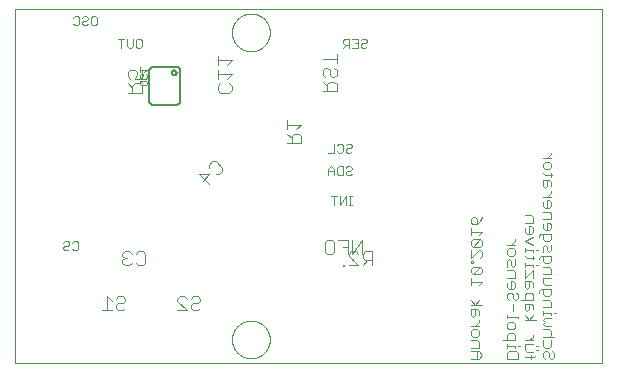
<source format=gbo>
G75*
%MOIN*%
%OFA0B0*%
%FSLAX25Y25*%
%IPPOS*%
%LPD*%
%AMOC8*
5,1,8,0,0,1.08239X$1,22.5*
%
%ADD10C,0.00000*%
%ADD11C,0.00300*%
%ADD12C,0.00400*%
%ADD13C,0.00984*%
%ADD14R,0.00787X0.00787*%
%ADD15C,0.00500*%
%ADD16C,0.00200*%
D10*
X0012716Y0017082D02*
X0012716Y0135193D01*
X0208513Y0135193D01*
X0208513Y0017082D01*
X0139537Y0017082D01*
X0085157Y0024956D02*
X0085159Y0025114D01*
X0085165Y0025272D01*
X0085175Y0025430D01*
X0085189Y0025588D01*
X0085207Y0025745D01*
X0085228Y0025902D01*
X0085254Y0026058D01*
X0085284Y0026214D01*
X0085317Y0026369D01*
X0085355Y0026522D01*
X0085396Y0026675D01*
X0085441Y0026827D01*
X0085490Y0026978D01*
X0085543Y0027127D01*
X0085599Y0027275D01*
X0085659Y0027421D01*
X0085723Y0027566D01*
X0085791Y0027709D01*
X0085862Y0027851D01*
X0085936Y0027991D01*
X0086014Y0028128D01*
X0086096Y0028264D01*
X0086180Y0028398D01*
X0086269Y0028529D01*
X0086360Y0028658D01*
X0086455Y0028785D01*
X0086552Y0028910D01*
X0086653Y0029032D01*
X0086757Y0029151D01*
X0086864Y0029268D01*
X0086974Y0029382D01*
X0087087Y0029493D01*
X0087202Y0029602D01*
X0087320Y0029707D01*
X0087441Y0029809D01*
X0087564Y0029909D01*
X0087690Y0030005D01*
X0087818Y0030098D01*
X0087948Y0030188D01*
X0088081Y0030274D01*
X0088216Y0030358D01*
X0088352Y0030437D01*
X0088491Y0030514D01*
X0088632Y0030586D01*
X0088774Y0030656D01*
X0088918Y0030721D01*
X0089064Y0030783D01*
X0089211Y0030841D01*
X0089360Y0030896D01*
X0089510Y0030947D01*
X0089661Y0030994D01*
X0089813Y0031037D01*
X0089966Y0031076D01*
X0090121Y0031112D01*
X0090276Y0031143D01*
X0090432Y0031171D01*
X0090588Y0031195D01*
X0090745Y0031215D01*
X0090903Y0031231D01*
X0091060Y0031243D01*
X0091219Y0031251D01*
X0091377Y0031255D01*
X0091535Y0031255D01*
X0091693Y0031251D01*
X0091852Y0031243D01*
X0092009Y0031231D01*
X0092167Y0031215D01*
X0092324Y0031195D01*
X0092480Y0031171D01*
X0092636Y0031143D01*
X0092791Y0031112D01*
X0092946Y0031076D01*
X0093099Y0031037D01*
X0093251Y0030994D01*
X0093402Y0030947D01*
X0093552Y0030896D01*
X0093701Y0030841D01*
X0093848Y0030783D01*
X0093994Y0030721D01*
X0094138Y0030656D01*
X0094280Y0030586D01*
X0094421Y0030514D01*
X0094560Y0030437D01*
X0094696Y0030358D01*
X0094831Y0030274D01*
X0094964Y0030188D01*
X0095094Y0030098D01*
X0095222Y0030005D01*
X0095348Y0029909D01*
X0095471Y0029809D01*
X0095592Y0029707D01*
X0095710Y0029602D01*
X0095825Y0029493D01*
X0095938Y0029382D01*
X0096048Y0029268D01*
X0096155Y0029151D01*
X0096259Y0029032D01*
X0096360Y0028910D01*
X0096457Y0028785D01*
X0096552Y0028658D01*
X0096643Y0028529D01*
X0096732Y0028398D01*
X0096816Y0028264D01*
X0096898Y0028128D01*
X0096976Y0027991D01*
X0097050Y0027851D01*
X0097121Y0027709D01*
X0097189Y0027566D01*
X0097253Y0027421D01*
X0097313Y0027275D01*
X0097369Y0027127D01*
X0097422Y0026978D01*
X0097471Y0026827D01*
X0097516Y0026675D01*
X0097557Y0026522D01*
X0097595Y0026369D01*
X0097628Y0026214D01*
X0097658Y0026058D01*
X0097684Y0025902D01*
X0097705Y0025745D01*
X0097723Y0025588D01*
X0097737Y0025430D01*
X0097747Y0025272D01*
X0097753Y0025114D01*
X0097755Y0024956D01*
X0097753Y0024798D01*
X0097747Y0024640D01*
X0097737Y0024482D01*
X0097723Y0024324D01*
X0097705Y0024167D01*
X0097684Y0024010D01*
X0097658Y0023854D01*
X0097628Y0023698D01*
X0097595Y0023543D01*
X0097557Y0023390D01*
X0097516Y0023237D01*
X0097471Y0023085D01*
X0097422Y0022934D01*
X0097369Y0022785D01*
X0097313Y0022637D01*
X0097253Y0022491D01*
X0097189Y0022346D01*
X0097121Y0022203D01*
X0097050Y0022061D01*
X0096976Y0021921D01*
X0096898Y0021784D01*
X0096816Y0021648D01*
X0096732Y0021514D01*
X0096643Y0021383D01*
X0096552Y0021254D01*
X0096457Y0021127D01*
X0096360Y0021002D01*
X0096259Y0020880D01*
X0096155Y0020761D01*
X0096048Y0020644D01*
X0095938Y0020530D01*
X0095825Y0020419D01*
X0095710Y0020310D01*
X0095592Y0020205D01*
X0095471Y0020103D01*
X0095348Y0020003D01*
X0095222Y0019907D01*
X0095094Y0019814D01*
X0094964Y0019724D01*
X0094831Y0019638D01*
X0094696Y0019554D01*
X0094560Y0019475D01*
X0094421Y0019398D01*
X0094280Y0019326D01*
X0094138Y0019256D01*
X0093994Y0019191D01*
X0093848Y0019129D01*
X0093701Y0019071D01*
X0093552Y0019016D01*
X0093402Y0018965D01*
X0093251Y0018918D01*
X0093099Y0018875D01*
X0092946Y0018836D01*
X0092791Y0018800D01*
X0092636Y0018769D01*
X0092480Y0018741D01*
X0092324Y0018717D01*
X0092167Y0018697D01*
X0092009Y0018681D01*
X0091852Y0018669D01*
X0091693Y0018661D01*
X0091535Y0018657D01*
X0091377Y0018657D01*
X0091219Y0018661D01*
X0091060Y0018669D01*
X0090903Y0018681D01*
X0090745Y0018697D01*
X0090588Y0018717D01*
X0090432Y0018741D01*
X0090276Y0018769D01*
X0090121Y0018800D01*
X0089966Y0018836D01*
X0089813Y0018875D01*
X0089661Y0018918D01*
X0089510Y0018965D01*
X0089360Y0019016D01*
X0089211Y0019071D01*
X0089064Y0019129D01*
X0088918Y0019191D01*
X0088774Y0019256D01*
X0088632Y0019326D01*
X0088491Y0019398D01*
X0088352Y0019475D01*
X0088216Y0019554D01*
X0088081Y0019638D01*
X0087948Y0019724D01*
X0087818Y0019814D01*
X0087690Y0019907D01*
X0087564Y0020003D01*
X0087441Y0020103D01*
X0087320Y0020205D01*
X0087202Y0020310D01*
X0087087Y0020419D01*
X0086974Y0020530D01*
X0086864Y0020644D01*
X0086757Y0020761D01*
X0086653Y0020880D01*
X0086552Y0021002D01*
X0086455Y0021127D01*
X0086360Y0021254D01*
X0086269Y0021383D01*
X0086180Y0021514D01*
X0086096Y0021648D01*
X0086014Y0021784D01*
X0085936Y0021921D01*
X0085862Y0022061D01*
X0085791Y0022203D01*
X0085723Y0022346D01*
X0085659Y0022491D01*
X0085599Y0022637D01*
X0085543Y0022785D01*
X0085490Y0022934D01*
X0085441Y0023085D01*
X0085396Y0023237D01*
X0085355Y0023390D01*
X0085317Y0023543D01*
X0085284Y0023698D01*
X0085254Y0023854D01*
X0085228Y0024010D01*
X0085207Y0024167D01*
X0085189Y0024324D01*
X0085175Y0024482D01*
X0085165Y0024640D01*
X0085159Y0024798D01*
X0085157Y0024956D01*
X0012716Y0017082D02*
X0208513Y0017082D01*
X0085157Y0127319D02*
X0085159Y0127477D01*
X0085165Y0127635D01*
X0085175Y0127793D01*
X0085189Y0127951D01*
X0085207Y0128108D01*
X0085228Y0128265D01*
X0085254Y0128421D01*
X0085284Y0128577D01*
X0085317Y0128732D01*
X0085355Y0128885D01*
X0085396Y0129038D01*
X0085441Y0129190D01*
X0085490Y0129341D01*
X0085543Y0129490D01*
X0085599Y0129638D01*
X0085659Y0129784D01*
X0085723Y0129929D01*
X0085791Y0130072D01*
X0085862Y0130214D01*
X0085936Y0130354D01*
X0086014Y0130491D01*
X0086096Y0130627D01*
X0086180Y0130761D01*
X0086269Y0130892D01*
X0086360Y0131021D01*
X0086455Y0131148D01*
X0086552Y0131273D01*
X0086653Y0131395D01*
X0086757Y0131514D01*
X0086864Y0131631D01*
X0086974Y0131745D01*
X0087087Y0131856D01*
X0087202Y0131965D01*
X0087320Y0132070D01*
X0087441Y0132172D01*
X0087564Y0132272D01*
X0087690Y0132368D01*
X0087818Y0132461D01*
X0087948Y0132551D01*
X0088081Y0132637D01*
X0088216Y0132721D01*
X0088352Y0132800D01*
X0088491Y0132877D01*
X0088632Y0132949D01*
X0088774Y0133019D01*
X0088918Y0133084D01*
X0089064Y0133146D01*
X0089211Y0133204D01*
X0089360Y0133259D01*
X0089510Y0133310D01*
X0089661Y0133357D01*
X0089813Y0133400D01*
X0089966Y0133439D01*
X0090121Y0133475D01*
X0090276Y0133506D01*
X0090432Y0133534D01*
X0090588Y0133558D01*
X0090745Y0133578D01*
X0090903Y0133594D01*
X0091060Y0133606D01*
X0091219Y0133614D01*
X0091377Y0133618D01*
X0091535Y0133618D01*
X0091693Y0133614D01*
X0091852Y0133606D01*
X0092009Y0133594D01*
X0092167Y0133578D01*
X0092324Y0133558D01*
X0092480Y0133534D01*
X0092636Y0133506D01*
X0092791Y0133475D01*
X0092946Y0133439D01*
X0093099Y0133400D01*
X0093251Y0133357D01*
X0093402Y0133310D01*
X0093552Y0133259D01*
X0093701Y0133204D01*
X0093848Y0133146D01*
X0093994Y0133084D01*
X0094138Y0133019D01*
X0094280Y0132949D01*
X0094421Y0132877D01*
X0094560Y0132800D01*
X0094696Y0132721D01*
X0094831Y0132637D01*
X0094964Y0132551D01*
X0095094Y0132461D01*
X0095222Y0132368D01*
X0095348Y0132272D01*
X0095471Y0132172D01*
X0095592Y0132070D01*
X0095710Y0131965D01*
X0095825Y0131856D01*
X0095938Y0131745D01*
X0096048Y0131631D01*
X0096155Y0131514D01*
X0096259Y0131395D01*
X0096360Y0131273D01*
X0096457Y0131148D01*
X0096552Y0131021D01*
X0096643Y0130892D01*
X0096732Y0130761D01*
X0096816Y0130627D01*
X0096898Y0130491D01*
X0096976Y0130354D01*
X0097050Y0130214D01*
X0097121Y0130072D01*
X0097189Y0129929D01*
X0097253Y0129784D01*
X0097313Y0129638D01*
X0097369Y0129490D01*
X0097422Y0129341D01*
X0097471Y0129190D01*
X0097516Y0129038D01*
X0097557Y0128885D01*
X0097595Y0128732D01*
X0097628Y0128577D01*
X0097658Y0128421D01*
X0097684Y0128265D01*
X0097705Y0128108D01*
X0097723Y0127951D01*
X0097737Y0127793D01*
X0097747Y0127635D01*
X0097753Y0127477D01*
X0097755Y0127319D01*
X0097753Y0127161D01*
X0097747Y0127003D01*
X0097737Y0126845D01*
X0097723Y0126687D01*
X0097705Y0126530D01*
X0097684Y0126373D01*
X0097658Y0126217D01*
X0097628Y0126061D01*
X0097595Y0125906D01*
X0097557Y0125753D01*
X0097516Y0125600D01*
X0097471Y0125448D01*
X0097422Y0125297D01*
X0097369Y0125148D01*
X0097313Y0125000D01*
X0097253Y0124854D01*
X0097189Y0124709D01*
X0097121Y0124566D01*
X0097050Y0124424D01*
X0096976Y0124284D01*
X0096898Y0124147D01*
X0096816Y0124011D01*
X0096732Y0123877D01*
X0096643Y0123746D01*
X0096552Y0123617D01*
X0096457Y0123490D01*
X0096360Y0123365D01*
X0096259Y0123243D01*
X0096155Y0123124D01*
X0096048Y0123007D01*
X0095938Y0122893D01*
X0095825Y0122782D01*
X0095710Y0122673D01*
X0095592Y0122568D01*
X0095471Y0122466D01*
X0095348Y0122366D01*
X0095222Y0122270D01*
X0095094Y0122177D01*
X0094964Y0122087D01*
X0094831Y0122001D01*
X0094696Y0121917D01*
X0094560Y0121838D01*
X0094421Y0121761D01*
X0094280Y0121689D01*
X0094138Y0121619D01*
X0093994Y0121554D01*
X0093848Y0121492D01*
X0093701Y0121434D01*
X0093552Y0121379D01*
X0093402Y0121328D01*
X0093251Y0121281D01*
X0093099Y0121238D01*
X0092946Y0121199D01*
X0092791Y0121163D01*
X0092636Y0121132D01*
X0092480Y0121104D01*
X0092324Y0121080D01*
X0092167Y0121060D01*
X0092009Y0121044D01*
X0091852Y0121032D01*
X0091693Y0121024D01*
X0091535Y0121020D01*
X0091377Y0121020D01*
X0091219Y0121024D01*
X0091060Y0121032D01*
X0090903Y0121044D01*
X0090745Y0121060D01*
X0090588Y0121080D01*
X0090432Y0121104D01*
X0090276Y0121132D01*
X0090121Y0121163D01*
X0089966Y0121199D01*
X0089813Y0121238D01*
X0089661Y0121281D01*
X0089510Y0121328D01*
X0089360Y0121379D01*
X0089211Y0121434D01*
X0089064Y0121492D01*
X0088918Y0121554D01*
X0088774Y0121619D01*
X0088632Y0121689D01*
X0088491Y0121761D01*
X0088352Y0121838D01*
X0088216Y0121917D01*
X0088081Y0122001D01*
X0087948Y0122087D01*
X0087818Y0122177D01*
X0087690Y0122270D01*
X0087564Y0122366D01*
X0087441Y0122466D01*
X0087320Y0122568D01*
X0087202Y0122673D01*
X0087087Y0122782D01*
X0086974Y0122893D01*
X0086864Y0123007D01*
X0086757Y0123124D01*
X0086653Y0123243D01*
X0086552Y0123365D01*
X0086455Y0123490D01*
X0086360Y0123617D01*
X0086269Y0123746D01*
X0086180Y0123877D01*
X0086096Y0124011D01*
X0086014Y0124147D01*
X0085936Y0124284D01*
X0085862Y0124424D01*
X0085791Y0124566D01*
X0085723Y0124709D01*
X0085659Y0124854D01*
X0085599Y0125000D01*
X0085543Y0125148D01*
X0085490Y0125297D01*
X0085441Y0125448D01*
X0085396Y0125600D01*
X0085355Y0125753D01*
X0085317Y0125906D01*
X0085284Y0126061D01*
X0085254Y0126217D01*
X0085228Y0126373D01*
X0085207Y0126530D01*
X0085189Y0126687D01*
X0085175Y0126845D01*
X0085165Y0127003D01*
X0085159Y0127161D01*
X0085157Y0127319D01*
D11*
X0055066Y0124651D02*
X0055066Y0122716D01*
X0054582Y0122232D01*
X0053615Y0122232D01*
X0053131Y0122716D01*
X0053131Y0124651D01*
X0053615Y0125135D01*
X0054582Y0125135D01*
X0055066Y0124651D01*
X0052119Y0125135D02*
X0052119Y0122716D01*
X0051636Y0122232D01*
X0050668Y0122232D01*
X0050184Y0122716D01*
X0050184Y0125135D01*
X0049173Y0125135D02*
X0047238Y0125135D01*
X0048205Y0125135D02*
X0048205Y0122232D01*
X0040066Y0130216D02*
X0039582Y0129732D01*
X0038615Y0129732D01*
X0038131Y0130216D01*
X0038131Y0132151D01*
X0038615Y0132635D01*
X0039582Y0132635D01*
X0040066Y0132151D01*
X0040066Y0130216D01*
X0037119Y0130216D02*
X0036636Y0129732D01*
X0035668Y0129732D01*
X0035184Y0130216D01*
X0035184Y0130700D01*
X0035668Y0131184D01*
X0036636Y0131184D01*
X0037119Y0131667D01*
X0037119Y0132151D01*
X0036636Y0132635D01*
X0035668Y0132635D01*
X0035184Y0132151D01*
X0034173Y0132151D02*
X0034173Y0130216D01*
X0033689Y0129732D01*
X0032722Y0129732D01*
X0032238Y0130216D01*
X0032238Y0132151D02*
X0032722Y0132635D01*
X0033689Y0132635D01*
X0034173Y0132151D01*
X0117238Y0087232D02*
X0119173Y0087232D01*
X0119173Y0090135D01*
X0120184Y0089651D02*
X0120668Y0090135D01*
X0121636Y0090135D01*
X0122119Y0089651D01*
X0122119Y0087716D01*
X0121636Y0087232D01*
X0120668Y0087232D01*
X0120184Y0087716D01*
X0123131Y0087716D02*
X0123615Y0087232D01*
X0124582Y0087232D01*
X0125066Y0087716D01*
X0124582Y0088684D02*
X0123615Y0088684D01*
X0123131Y0088200D01*
X0123131Y0087716D01*
X0124582Y0088684D02*
X0125066Y0089167D01*
X0125066Y0089651D01*
X0124582Y0090135D01*
X0123615Y0090135D01*
X0123131Y0089651D01*
X0123615Y0082635D02*
X0124582Y0082635D01*
X0125066Y0082151D01*
X0125066Y0081667D01*
X0124582Y0081184D01*
X0123615Y0081184D01*
X0123131Y0080700D01*
X0123131Y0080216D01*
X0123615Y0079732D01*
X0124582Y0079732D01*
X0125066Y0080216D01*
X0122119Y0079732D02*
X0120668Y0079732D01*
X0120184Y0080216D01*
X0120184Y0082151D01*
X0120668Y0082635D01*
X0122119Y0082635D01*
X0122119Y0079732D01*
X0123131Y0082151D02*
X0123615Y0082635D01*
X0119173Y0081667D02*
X0119173Y0079732D01*
X0119173Y0081184D02*
X0117238Y0081184D01*
X0117238Y0081667D02*
X0117238Y0079732D01*
X0117238Y0081667D02*
X0118205Y0082635D01*
X0119173Y0081667D01*
X0119187Y0072635D02*
X0119187Y0069732D01*
X0121167Y0069732D02*
X0121167Y0072635D01*
X0120155Y0072635D02*
X0118220Y0072635D01*
X0121167Y0069732D02*
X0123101Y0072635D01*
X0123101Y0069732D01*
X0124098Y0069732D02*
X0125066Y0069732D01*
X0124582Y0069732D02*
X0124582Y0072635D01*
X0125066Y0072635D02*
X0124098Y0072635D01*
X0164866Y0065166D02*
X0164866Y0063931D01*
X0165483Y0063314D01*
X0166717Y0063314D01*
X0166717Y0065166D01*
X0166100Y0065783D01*
X0165483Y0065783D01*
X0164866Y0065166D01*
X0166717Y0063314D02*
X0167952Y0064549D01*
X0168569Y0065783D01*
X0164866Y0062100D02*
X0164866Y0059631D01*
X0164866Y0060865D02*
X0168569Y0060865D01*
X0167335Y0059631D01*
X0167952Y0058417D02*
X0165483Y0058417D01*
X0164866Y0057799D01*
X0164866Y0056565D01*
X0165483Y0055948D01*
X0167952Y0058417D01*
X0168569Y0057799D01*
X0168569Y0056565D01*
X0167952Y0055948D01*
X0165483Y0055948D01*
X0164866Y0054734D02*
X0164866Y0052265D01*
X0167335Y0054734D01*
X0167952Y0054734D01*
X0168569Y0054116D01*
X0168569Y0052882D01*
X0167952Y0052265D01*
X0165483Y0051040D02*
X0164866Y0051040D01*
X0164866Y0050423D01*
X0165483Y0050423D01*
X0165483Y0051040D01*
X0165483Y0049209D02*
X0164866Y0048592D01*
X0164866Y0047357D01*
X0165483Y0046740D01*
X0167952Y0049209D01*
X0165483Y0049209D01*
X0167952Y0049209D02*
X0168569Y0048592D01*
X0168569Y0047357D01*
X0167952Y0046740D01*
X0165483Y0046740D01*
X0164866Y0045526D02*
X0164866Y0043057D01*
X0164866Y0044291D02*
X0168569Y0044291D01*
X0167335Y0043057D01*
X0167335Y0038156D02*
X0166100Y0036304D01*
X0164866Y0038156D01*
X0164866Y0036304D02*
X0168569Y0036304D01*
X0167335Y0034473D02*
X0166717Y0035090D01*
X0164866Y0035090D01*
X0164866Y0033238D01*
X0165483Y0032621D01*
X0166100Y0033238D01*
X0166100Y0035090D01*
X0167335Y0034473D02*
X0167335Y0033238D01*
X0167335Y0031404D02*
X0167335Y0030786D01*
X0166100Y0029552D01*
X0164866Y0029552D02*
X0167335Y0029552D01*
X0166717Y0028338D02*
X0165483Y0028338D01*
X0164866Y0027720D01*
X0164866Y0026486D01*
X0165483Y0025869D01*
X0166717Y0025869D01*
X0167335Y0026486D01*
X0167335Y0027720D01*
X0166717Y0028338D01*
X0166717Y0024655D02*
X0164866Y0024655D01*
X0166717Y0024655D02*
X0167335Y0024037D01*
X0167335Y0022186D01*
X0164866Y0022186D01*
X0164866Y0020971D02*
X0167335Y0020971D01*
X0168569Y0019737D01*
X0167335Y0018503D01*
X0164866Y0018503D01*
X0166717Y0018503D02*
X0166717Y0020971D01*
X0175631Y0024641D02*
X0179335Y0024641D01*
X0179335Y0026493D01*
X0178717Y0027110D01*
X0177483Y0027110D01*
X0176866Y0026493D01*
X0176866Y0024641D01*
X0176866Y0023420D02*
X0176866Y0022186D01*
X0176866Y0022803D02*
X0179335Y0022803D01*
X0179335Y0022186D01*
X0179952Y0020971D02*
X0177483Y0020971D01*
X0176866Y0020354D01*
X0176866Y0018503D01*
X0180569Y0018503D01*
X0180569Y0020354D01*
X0179952Y0020971D01*
X0180569Y0022803D02*
X0181186Y0022803D01*
X0182866Y0023427D02*
X0182866Y0021575D01*
X0183483Y0020958D01*
X0185335Y0020958D01*
X0184717Y0019737D02*
X0184717Y0018503D01*
X0185952Y0019120D02*
X0186569Y0019737D01*
X0185952Y0019120D02*
X0182866Y0019120D01*
X0186569Y0021575D02*
X0187186Y0021575D01*
X0187186Y0022810D02*
X0186569Y0022810D01*
X0185335Y0023427D02*
X0182866Y0023427D01*
X0182866Y0024641D02*
X0185335Y0024641D01*
X0185335Y0025876D02*
X0185335Y0026493D01*
X0185335Y0025876D02*
X0184100Y0024641D01*
X0188866Y0024655D02*
X0188866Y0022803D01*
X0189483Y0022186D01*
X0190717Y0022186D01*
X0191335Y0022803D01*
X0191335Y0024655D01*
X0190717Y0025869D02*
X0191335Y0026486D01*
X0191335Y0027720D01*
X0190717Y0028338D01*
X0188866Y0028338D01*
X0189483Y0029552D02*
X0188866Y0030169D01*
X0189483Y0030786D01*
X0188866Y0031404D01*
X0189483Y0032021D01*
X0191335Y0032021D01*
X0191335Y0033235D02*
X0191335Y0033852D01*
X0188866Y0033852D01*
X0188866Y0033235D02*
X0188866Y0034470D01*
X0188866Y0035691D02*
X0191335Y0035691D01*
X0191335Y0037542D01*
X0190717Y0038159D01*
X0188866Y0038159D01*
X0189483Y0039374D02*
X0188866Y0039991D01*
X0188866Y0041843D01*
X0188249Y0041843D02*
X0191335Y0041843D01*
X0191335Y0039991D01*
X0190717Y0039374D01*
X0189483Y0039374D01*
X0187631Y0040608D02*
X0187631Y0041225D01*
X0188249Y0041843D01*
X0189483Y0043057D02*
X0188866Y0043674D01*
X0188866Y0045526D01*
X0191335Y0045526D01*
X0191335Y0046740D02*
X0188866Y0046740D01*
X0191335Y0046740D02*
X0191335Y0048592D01*
X0190717Y0049209D01*
X0188866Y0049209D01*
X0189483Y0050423D02*
X0188866Y0051040D01*
X0188866Y0052892D01*
X0188249Y0052892D02*
X0191335Y0052892D01*
X0191335Y0051040D01*
X0190717Y0050423D01*
X0189483Y0050423D01*
X0187631Y0051658D02*
X0187631Y0052275D01*
X0188249Y0052892D01*
X0188866Y0054106D02*
X0188866Y0055958D01*
X0189483Y0056575D01*
X0190100Y0055958D01*
X0190100Y0054723D01*
X0190717Y0054106D01*
X0191335Y0054723D01*
X0191335Y0056575D01*
X0190717Y0057789D02*
X0189483Y0057789D01*
X0188866Y0058407D01*
X0188866Y0060258D01*
X0188249Y0060258D02*
X0191335Y0060258D01*
X0191335Y0058407D01*
X0190717Y0057789D01*
X0187631Y0059024D02*
X0187631Y0059641D01*
X0188249Y0060258D01*
X0189483Y0061473D02*
X0190717Y0061473D01*
X0191335Y0062090D01*
X0191335Y0063324D01*
X0190717Y0063941D01*
X0190100Y0063941D01*
X0190100Y0061473D01*
X0189483Y0061473D02*
X0188866Y0062090D01*
X0188866Y0063324D01*
X0188866Y0065156D02*
X0191335Y0065156D01*
X0191335Y0067007D01*
X0190717Y0067625D01*
X0188866Y0067625D01*
X0189483Y0068839D02*
X0190717Y0068839D01*
X0191335Y0069456D01*
X0191335Y0070690D01*
X0190717Y0071308D01*
X0190100Y0071308D01*
X0190100Y0068839D01*
X0189483Y0068839D02*
X0188866Y0069456D01*
X0188866Y0070690D01*
X0188866Y0072522D02*
X0191335Y0072522D01*
X0191335Y0073756D02*
X0191335Y0074374D01*
X0191335Y0073756D02*
X0190100Y0072522D01*
X0189483Y0075591D02*
X0190100Y0076209D01*
X0190100Y0078060D01*
X0190717Y0078060D02*
X0188866Y0078060D01*
X0188866Y0076209D01*
X0189483Y0075591D01*
X0191335Y0076209D02*
X0191335Y0077443D01*
X0190717Y0078060D01*
X0191335Y0079274D02*
X0191335Y0080509D01*
X0191952Y0079892D02*
X0189483Y0079892D01*
X0188866Y0080509D01*
X0189483Y0081730D02*
X0188866Y0082347D01*
X0188866Y0083581D01*
X0189483Y0084199D01*
X0190717Y0084199D01*
X0191335Y0083581D01*
X0191335Y0082347D01*
X0190717Y0081730D01*
X0189483Y0081730D01*
X0188866Y0085413D02*
X0191335Y0085413D01*
X0191335Y0086647D02*
X0190100Y0085413D01*
X0191335Y0086647D02*
X0191335Y0087265D01*
X0184717Y0066397D02*
X0182866Y0066397D01*
X0184717Y0066397D02*
X0185335Y0065780D01*
X0185335Y0063928D01*
X0182866Y0063928D01*
X0184100Y0062714D02*
X0184100Y0060245D01*
X0183483Y0060245D02*
X0184717Y0060245D01*
X0185335Y0060862D01*
X0185335Y0062096D01*
X0184717Y0062714D01*
X0184100Y0062714D01*
X0182866Y0062096D02*
X0182866Y0060862D01*
X0183483Y0060245D01*
X0185335Y0059030D02*
X0182866Y0057796D01*
X0185335Y0056562D01*
X0185335Y0054723D02*
X0182866Y0054723D01*
X0182866Y0054106D02*
X0182866Y0055341D01*
X0185335Y0054723D02*
X0185335Y0054106D01*
X0185335Y0052885D02*
X0185335Y0051651D01*
X0185952Y0052268D02*
X0183483Y0052268D01*
X0182866Y0052885D01*
X0179335Y0053496D02*
X0178717Y0052879D01*
X0177483Y0052879D01*
X0176866Y0053496D01*
X0176866Y0054730D01*
X0177483Y0055347D01*
X0178717Y0055347D01*
X0179335Y0054730D01*
X0179335Y0053496D01*
X0179335Y0051664D02*
X0179335Y0049813D01*
X0178717Y0049195D01*
X0178100Y0049813D01*
X0178100Y0051047D01*
X0177483Y0051664D01*
X0176866Y0051047D01*
X0176866Y0049195D01*
X0176866Y0047981D02*
X0178717Y0047981D01*
X0179335Y0047364D01*
X0179335Y0045512D01*
X0176866Y0045512D01*
X0178100Y0044298D02*
X0178100Y0041829D01*
X0177483Y0041829D02*
X0178717Y0041829D01*
X0179335Y0042446D01*
X0179335Y0043681D01*
X0178717Y0044298D01*
X0178100Y0044298D01*
X0176866Y0043681D02*
X0176866Y0042446D01*
X0177483Y0041829D01*
X0177483Y0040615D02*
X0176866Y0039998D01*
X0176866Y0038763D01*
X0177483Y0038146D01*
X0178717Y0038763D02*
X0178717Y0039998D01*
X0178100Y0040615D01*
X0177483Y0040615D01*
X0178717Y0038763D02*
X0179335Y0038146D01*
X0179952Y0038146D01*
X0180569Y0038763D01*
X0180569Y0039998D01*
X0179952Y0040615D01*
X0182866Y0039998D02*
X0182866Y0038146D01*
X0182866Y0036932D02*
X0182866Y0035080D01*
X0183483Y0034463D01*
X0184100Y0035080D01*
X0184100Y0036932D01*
X0184717Y0036932D02*
X0182866Y0036932D01*
X0181631Y0038146D02*
X0185335Y0038146D01*
X0185335Y0039998D01*
X0184717Y0040615D01*
X0183483Y0040615D01*
X0182866Y0039998D01*
X0183483Y0041829D02*
X0184100Y0042446D01*
X0184100Y0044298D01*
X0184717Y0044298D02*
X0182866Y0044298D01*
X0182866Y0042446D01*
X0183483Y0041829D01*
X0185335Y0042446D02*
X0185335Y0043681D01*
X0184717Y0044298D01*
X0185335Y0045512D02*
X0185335Y0047981D01*
X0182866Y0045512D01*
X0182866Y0047981D01*
X0182866Y0049195D02*
X0182866Y0050430D01*
X0182866Y0049813D02*
X0185335Y0049813D01*
X0185335Y0049195D01*
X0186569Y0049813D02*
X0187186Y0049813D01*
X0187186Y0054723D02*
X0186569Y0054723D01*
X0179335Y0056562D02*
X0176866Y0056562D01*
X0178100Y0056562D02*
X0179335Y0057796D01*
X0179335Y0058413D01*
X0189483Y0043057D02*
X0191335Y0043057D01*
X0184717Y0036932D02*
X0185335Y0036314D01*
X0185335Y0035080D01*
X0185335Y0033245D02*
X0184100Y0031394D01*
X0182866Y0033245D01*
X0180569Y0032625D02*
X0176866Y0032625D01*
X0176866Y0033242D02*
X0176866Y0032007D01*
X0177483Y0030793D02*
X0176866Y0030176D01*
X0176866Y0028941D01*
X0177483Y0028324D01*
X0178717Y0028324D01*
X0179335Y0028941D01*
X0179335Y0030176D01*
X0178717Y0030793D01*
X0177483Y0030793D01*
X0180569Y0032007D02*
X0180569Y0032625D01*
X0182866Y0031394D02*
X0186569Y0031394D01*
X0189483Y0029552D02*
X0191335Y0029552D01*
X0192569Y0025869D02*
X0188866Y0025869D01*
X0189483Y0020971D02*
X0188866Y0020354D01*
X0188866Y0019120D01*
X0189483Y0018503D01*
X0190717Y0019120D02*
X0190717Y0020354D01*
X0190100Y0020971D01*
X0189483Y0020971D01*
X0190717Y0019120D02*
X0191335Y0018503D01*
X0191952Y0018503D01*
X0192569Y0019120D01*
X0192569Y0020354D01*
X0191952Y0020971D01*
X0192569Y0033852D02*
X0193186Y0033852D01*
X0178717Y0034463D02*
X0178717Y0036932D01*
X0129582Y0122232D02*
X0130066Y0122716D01*
X0129582Y0122232D02*
X0128615Y0122232D01*
X0128131Y0122716D01*
X0128131Y0123200D01*
X0128615Y0123684D01*
X0129582Y0123684D01*
X0130066Y0124167D01*
X0130066Y0124651D01*
X0129582Y0125135D01*
X0128615Y0125135D01*
X0128131Y0124651D01*
X0127119Y0125135D02*
X0127119Y0122232D01*
X0125184Y0122232D01*
X0124173Y0122232D02*
X0124173Y0125135D01*
X0122722Y0125135D01*
X0122238Y0124651D01*
X0122238Y0123684D01*
X0122722Y0123200D01*
X0124173Y0123200D01*
X0123205Y0123200D02*
X0122238Y0122232D01*
X0125184Y0125135D02*
X0127119Y0125135D01*
X0127119Y0123684D02*
X0126152Y0123684D01*
X0033816Y0057151D02*
X0033332Y0057635D01*
X0032365Y0057635D01*
X0031881Y0057151D01*
X0030869Y0057151D02*
X0030869Y0056667D01*
X0030386Y0056184D01*
X0029418Y0056184D01*
X0028934Y0055700D01*
X0028934Y0055216D01*
X0029418Y0054732D01*
X0030386Y0054732D01*
X0030869Y0055216D01*
X0031881Y0055216D02*
X0032365Y0054732D01*
X0033332Y0054732D01*
X0033816Y0055216D01*
X0033816Y0057151D01*
X0030869Y0057151D02*
X0030386Y0057635D01*
X0029418Y0057635D01*
X0028934Y0057151D01*
D12*
X0048593Y0053619D02*
X0048593Y0052852D01*
X0049360Y0052084D01*
X0048593Y0051317D01*
X0048593Y0050550D01*
X0049360Y0049782D01*
X0050895Y0049782D01*
X0051662Y0050550D01*
X0053197Y0050550D02*
X0053964Y0049782D01*
X0055499Y0049782D01*
X0056266Y0050550D01*
X0056266Y0053619D01*
X0055499Y0054386D01*
X0053964Y0054386D01*
X0053197Y0053619D01*
X0051662Y0053619D02*
X0050895Y0054386D01*
X0049360Y0054386D01*
X0048593Y0053619D01*
X0049360Y0052084D02*
X0050127Y0052084D01*
X0048852Y0039386D02*
X0049620Y0038619D01*
X0049620Y0037852D01*
X0048852Y0037084D01*
X0047318Y0037084D01*
X0046550Y0036317D01*
X0046550Y0035550D01*
X0047318Y0034782D01*
X0048852Y0034782D01*
X0049620Y0035550D01*
X0045016Y0034782D02*
X0041947Y0034782D01*
X0043481Y0034782D02*
X0043481Y0039386D01*
X0045016Y0037852D01*
X0046550Y0038619D02*
X0047318Y0039386D01*
X0048852Y0039386D01*
X0066947Y0038619D02*
X0066947Y0037852D01*
X0070016Y0034782D01*
X0066947Y0034782D01*
X0071550Y0035550D02*
X0072318Y0034782D01*
X0073852Y0034782D01*
X0074620Y0035550D01*
X0072318Y0037084D02*
X0071550Y0036317D01*
X0071550Y0035550D01*
X0072318Y0037084D02*
X0073852Y0037084D01*
X0074620Y0037852D01*
X0074620Y0038619D01*
X0073852Y0039386D01*
X0072318Y0039386D01*
X0071550Y0038619D01*
X0070016Y0038619D02*
X0069249Y0039386D01*
X0067714Y0039386D01*
X0066947Y0038619D01*
X0116046Y0054290D02*
X0116046Y0057359D01*
X0116813Y0058126D01*
X0118348Y0058126D01*
X0119115Y0057359D01*
X0119115Y0054290D01*
X0118348Y0053523D01*
X0116813Y0053523D01*
X0116046Y0054290D01*
X0120650Y0058126D02*
X0123719Y0058126D01*
X0123719Y0053523D01*
X0124050Y0053619D02*
X0124818Y0054386D01*
X0126352Y0054386D01*
X0127120Y0053619D01*
X0128323Y0053523D02*
X0128323Y0058126D01*
X0125254Y0053523D01*
X0125254Y0058126D01*
X0123719Y0055825D02*
X0122184Y0055825D01*
X0124050Y0053619D02*
X0124050Y0052852D01*
X0127120Y0049782D01*
X0124050Y0049782D01*
X0128654Y0049782D02*
X0130189Y0051317D01*
X0129422Y0051317D02*
X0131724Y0051317D01*
X0131724Y0049782D02*
X0131724Y0054386D01*
X0129422Y0054386D01*
X0128654Y0053619D01*
X0128654Y0052084D01*
X0129422Y0051317D01*
X0081890Y0081111D02*
X0080805Y0080026D01*
X0079720Y0080026D01*
X0077550Y0080026D02*
X0075380Y0077855D01*
X0077550Y0076770D02*
X0074294Y0080026D01*
X0077550Y0080026D01*
X0077550Y0082196D02*
X0077550Y0083281D01*
X0078635Y0084366D01*
X0079720Y0084366D01*
X0081890Y0082196D01*
X0081890Y0081111D01*
X0103487Y0090476D02*
X0108091Y0090476D01*
X0108091Y0092778D01*
X0107323Y0093545D01*
X0105789Y0093545D01*
X0105021Y0092778D01*
X0105021Y0090476D01*
X0105021Y0092011D02*
X0103487Y0093545D01*
X0103487Y0095080D02*
X0103487Y0098149D01*
X0103487Y0096615D02*
X0108091Y0096615D01*
X0106556Y0095080D01*
X0115416Y0107877D02*
X0120020Y0107877D01*
X0120020Y0110178D01*
X0119252Y0110946D01*
X0117718Y0110946D01*
X0116950Y0110178D01*
X0116950Y0107877D01*
X0116950Y0109411D02*
X0115416Y0110946D01*
X0116183Y0112480D02*
X0115416Y0113248D01*
X0115416Y0114782D01*
X0116183Y0115550D01*
X0116950Y0115550D01*
X0117718Y0114782D01*
X0117718Y0113248D01*
X0118485Y0112480D01*
X0119252Y0112480D01*
X0120020Y0113248D01*
X0120020Y0114782D01*
X0119252Y0115550D01*
X0120020Y0117084D02*
X0120020Y0120154D01*
X0120020Y0118619D02*
X0115416Y0118619D01*
X0085020Y0118025D02*
X0083485Y0116490D01*
X0085020Y0118025D02*
X0080416Y0118025D01*
X0080416Y0116490D02*
X0080416Y0119560D01*
X0080416Y0114956D02*
X0080416Y0111886D01*
X0080416Y0113421D02*
X0085020Y0113421D01*
X0083485Y0111886D01*
X0084252Y0110352D02*
X0085020Y0109584D01*
X0085020Y0108050D01*
X0084252Y0107282D01*
X0081183Y0107282D01*
X0080416Y0108050D01*
X0080416Y0109584D01*
X0081183Y0110352D01*
X0055020Y0109584D02*
X0055020Y0107282D01*
X0050416Y0107282D01*
X0051950Y0107282D02*
X0051950Y0109584D01*
X0052718Y0110352D01*
X0054252Y0110352D01*
X0055020Y0109584D01*
X0055020Y0111886D02*
X0052718Y0111886D01*
X0053485Y0113421D01*
X0053485Y0114188D01*
X0052718Y0114956D01*
X0051183Y0114956D01*
X0050416Y0114188D01*
X0050416Y0112654D01*
X0051183Y0111886D01*
X0050416Y0110352D02*
X0051950Y0108817D01*
X0055020Y0111886D02*
X0055020Y0114956D01*
D13*
X0125472Y0051452D03*
D14*
X0122617Y0049386D03*
D15*
X0066653Y0103283D02*
X0058779Y0103283D01*
X0058713Y0103285D01*
X0058647Y0103290D01*
X0058581Y0103300D01*
X0058516Y0103313D01*
X0058452Y0103329D01*
X0058389Y0103349D01*
X0058327Y0103373D01*
X0058267Y0103400D01*
X0058208Y0103430D01*
X0058151Y0103464D01*
X0058096Y0103501D01*
X0058043Y0103541D01*
X0057992Y0103583D01*
X0057944Y0103629D01*
X0057898Y0103677D01*
X0057856Y0103728D01*
X0057816Y0103781D01*
X0057779Y0103836D01*
X0057745Y0103893D01*
X0057715Y0103952D01*
X0057688Y0104012D01*
X0057664Y0104074D01*
X0057644Y0104137D01*
X0057628Y0104201D01*
X0057615Y0104266D01*
X0057605Y0104332D01*
X0057600Y0104398D01*
X0057598Y0104464D01*
X0057598Y0114701D01*
X0057600Y0114767D01*
X0057605Y0114833D01*
X0057615Y0114899D01*
X0057628Y0114964D01*
X0057644Y0115028D01*
X0057664Y0115091D01*
X0057688Y0115153D01*
X0057715Y0115213D01*
X0057745Y0115272D01*
X0057779Y0115329D01*
X0057816Y0115384D01*
X0057856Y0115437D01*
X0057898Y0115488D01*
X0057944Y0115536D01*
X0057992Y0115582D01*
X0058043Y0115624D01*
X0058096Y0115664D01*
X0058151Y0115701D01*
X0058208Y0115735D01*
X0058267Y0115765D01*
X0058327Y0115792D01*
X0058389Y0115816D01*
X0058452Y0115836D01*
X0058516Y0115852D01*
X0058581Y0115865D01*
X0058647Y0115875D01*
X0058713Y0115880D01*
X0058779Y0115882D01*
X0066653Y0115882D01*
X0066719Y0115880D01*
X0066785Y0115875D01*
X0066851Y0115865D01*
X0066916Y0115852D01*
X0066980Y0115836D01*
X0067043Y0115816D01*
X0067105Y0115792D01*
X0067165Y0115765D01*
X0067224Y0115735D01*
X0067281Y0115701D01*
X0067336Y0115664D01*
X0067389Y0115624D01*
X0067440Y0115582D01*
X0067488Y0115536D01*
X0067534Y0115488D01*
X0067576Y0115437D01*
X0067616Y0115384D01*
X0067653Y0115329D01*
X0067687Y0115272D01*
X0067717Y0115213D01*
X0067744Y0115153D01*
X0067768Y0115091D01*
X0067788Y0115028D01*
X0067804Y0114964D01*
X0067817Y0114899D01*
X0067827Y0114833D01*
X0067832Y0114767D01*
X0067834Y0114701D01*
X0067834Y0104464D01*
X0067832Y0104398D01*
X0067827Y0104332D01*
X0067817Y0104266D01*
X0067804Y0104201D01*
X0067788Y0104137D01*
X0067768Y0104074D01*
X0067744Y0104012D01*
X0067717Y0103952D01*
X0067687Y0103893D01*
X0067653Y0103836D01*
X0067616Y0103781D01*
X0067576Y0103728D01*
X0067534Y0103677D01*
X0067488Y0103629D01*
X0067440Y0103583D01*
X0067389Y0103541D01*
X0067336Y0103501D01*
X0067281Y0103464D01*
X0067224Y0103430D01*
X0067165Y0103400D01*
X0067105Y0103373D01*
X0067043Y0103349D01*
X0066980Y0103329D01*
X0066916Y0103313D01*
X0066851Y0103300D01*
X0066785Y0103290D01*
X0066719Y0103285D01*
X0066653Y0103283D01*
X0065865Y0113126D02*
X0065920Y0113128D01*
X0065975Y0113134D01*
X0066029Y0113143D01*
X0066082Y0113156D01*
X0066134Y0113173D01*
X0066185Y0113194D01*
X0066234Y0113218D01*
X0066282Y0113246D01*
X0066328Y0113276D01*
X0066371Y0113310D01*
X0066412Y0113347D01*
X0066450Y0113386D01*
X0066485Y0113428D01*
X0066517Y0113473D01*
X0066547Y0113520D01*
X0066572Y0113568D01*
X0066595Y0113618D01*
X0066613Y0113670D01*
X0066629Y0113723D01*
X0066640Y0113776D01*
X0066648Y0113831D01*
X0066652Y0113886D01*
X0066652Y0113940D01*
X0066648Y0113995D01*
X0066640Y0114050D01*
X0066629Y0114103D01*
X0066613Y0114156D01*
X0066595Y0114208D01*
X0066572Y0114258D01*
X0066547Y0114307D01*
X0066517Y0114353D01*
X0066485Y0114398D01*
X0066450Y0114440D01*
X0066412Y0114479D01*
X0066371Y0114516D01*
X0066328Y0114550D01*
X0066282Y0114580D01*
X0066234Y0114608D01*
X0066185Y0114632D01*
X0066134Y0114653D01*
X0066082Y0114670D01*
X0066029Y0114683D01*
X0065975Y0114692D01*
X0065920Y0114698D01*
X0065865Y0114700D01*
X0065810Y0114698D01*
X0065755Y0114692D01*
X0065701Y0114683D01*
X0065648Y0114670D01*
X0065596Y0114653D01*
X0065545Y0114632D01*
X0065496Y0114608D01*
X0065448Y0114580D01*
X0065402Y0114550D01*
X0065359Y0114516D01*
X0065318Y0114479D01*
X0065280Y0114440D01*
X0065245Y0114398D01*
X0065213Y0114353D01*
X0065183Y0114307D01*
X0065158Y0114258D01*
X0065135Y0114208D01*
X0065117Y0114156D01*
X0065101Y0114103D01*
X0065090Y0114050D01*
X0065082Y0113995D01*
X0065078Y0113940D01*
X0065078Y0113886D01*
X0065082Y0113831D01*
X0065090Y0113776D01*
X0065101Y0113723D01*
X0065117Y0113670D01*
X0065135Y0113618D01*
X0065158Y0113568D01*
X0065183Y0113520D01*
X0065213Y0113473D01*
X0065245Y0113428D01*
X0065280Y0113386D01*
X0065318Y0113347D01*
X0065359Y0113310D01*
X0065402Y0113276D01*
X0065448Y0113246D01*
X0065496Y0113218D01*
X0065545Y0113194D01*
X0065596Y0113173D01*
X0065648Y0113156D01*
X0065701Y0113143D01*
X0065755Y0113134D01*
X0065810Y0113128D01*
X0065865Y0113126D01*
D16*
X0056712Y0113056D02*
X0056712Y0112323D01*
X0056345Y0111956D01*
X0054877Y0111956D01*
X0054510Y0112323D01*
X0054510Y0113056D01*
X0054877Y0113423D01*
X0055611Y0113423D01*
X0055611Y0112689D01*
X0056345Y0113423D02*
X0056712Y0113056D01*
X0055978Y0114165D02*
X0056712Y0114899D01*
X0054510Y0114899D01*
X0054510Y0114165D02*
X0054510Y0115633D01*
X0054510Y0111214D02*
X0055244Y0110480D01*
X0054877Y0111214D02*
X0054510Y0110847D01*
X0054510Y0110113D01*
X0054877Y0109746D01*
X0056345Y0109746D01*
X0056712Y0110113D01*
X0056712Y0110847D01*
X0056345Y0111214D01*
X0054877Y0111214D01*
M02*

</source>
